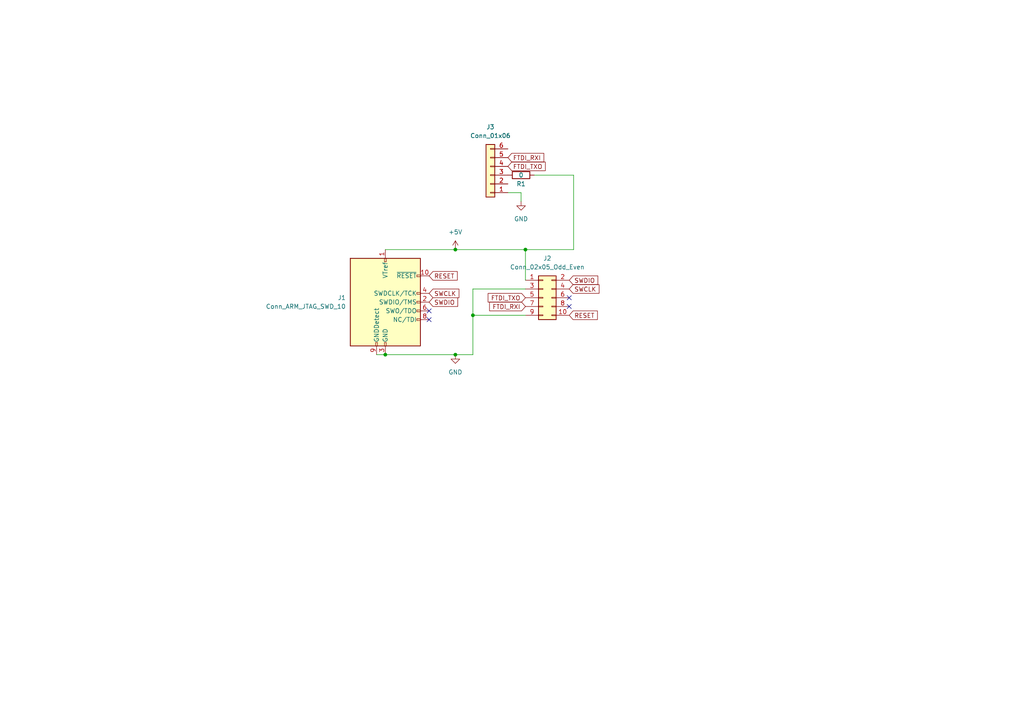
<source format=kicad_sch>
(kicad_sch (version 20211123) (generator eeschema)
  (paper "A4")
  (lib_symbols
    (symbol "Connector:Conn_ARM_JTAG_SWD_10" (pin_names (offset 1.016))
      (property "Reference" "J" (at -2.54 16.51 0))
      (property "Value" "Conn_ARM_JTAG_SWD_10" (at -2.54 13.97 0))
      (symbol "Conn_ARM_JTAG_SWD_10_0_1"
        (rectangle (start -10.16 12.7) (end 10.16 -12.7) (stroke (width 0.254)) (fill (type background)))
        (rectangle (start -2.794 -12.7) (end -2.286 -11.684))
        (rectangle (start -0.254 -12.7) (end 0.254 -11.684))
        (rectangle (start -0.254 12.7) (end 0.254 11.684))
        (rectangle (start 9.144 2.286) (end 10.16 2.794))
        (rectangle (start 10.16 -2.794) (end 9.144 -2.286))
        (rectangle (start 10.16 -0.254) (end 9.144 0.254))
        (rectangle (start 10.16 7.874) (end 9.144 7.366))
      )
      (symbol "Conn_ARM_JTAG_SWD_10_1_1"
        (rectangle (start 9.144 -5.334) (end 10.16 -4.826))
        (pin power_in line (at 0 15.24 270) (length 2.54) (name "VTref") (number "1"))
        (pin open_collector line (at 12.7 7.62 180) (length 2.54) (name "~{RESET}") (number "10"))
        (pin bidirectional line (at 12.7 0 180) (length 2.54) (name "SWDIO/TMS") (number "2"))
        (pin power_in line (at 0 -15.24 90) (length 2.54) (name "GND") (number "3"))
        (pin output line (at 12.7 2.54 180) (length 2.54) (name "SWDCLK/TCK") (number "4"))
        (pin passive line (at 0 -15.24 90) (length 2.54) hide (name "GND") (number "5"))
        (pin input line (at 12.7 -2.54 180) (length 2.54) (name "SWO/TDO") (number "6"))
        (pin no_connect line (at -10.16 0 0) (length 2.54) hide (name "KEY") (number "7"))
        (pin output line (at 12.7 -5.08 180) (length 2.54) (name "NC/TDI") (number "8"))
        (pin passive line (at -2.54 -15.24 90) (length 2.54) (name "GNDDetect") (number "9"))
      )
    )
    (symbol "Connector_Generic:Conn_01x06" (pin_names (offset 1.016) hide)
      (property "Reference" "J" (at 0 7.62 0))
      (property "Value" "Conn_01x06" (at 0 -10.16 0))
      (symbol "Conn_01x06_1_1"
        (rectangle (start -1.27 -7.493) (end 0 -7.747) (stroke (width 0.1524)))
        (rectangle (start -1.27 -4.953) (end 0 -5.207) (stroke (width 0.1524)))
        (rectangle (start -1.27 -2.413) (end 0 -2.667) (stroke (width 0.1524)))
        (rectangle (start -1.27 0.127) (end 0 -0.127) (stroke (width 0.1524)))
        (rectangle (start -1.27 2.667) (end 0 2.413) (stroke (width 0.1524)))
        (rectangle (start -1.27 5.207) (end 0 4.953) (stroke (width 0.1524)))
        (rectangle (start -1.27 6.35) (end 1.27 -8.89) (stroke (width 0.254)) (fill (type background)))
        (pin passive line (at -5.08 5.08 0) (length 3.81) (name "Pin_1") (number "1"))
        (pin passive line (at -5.08 2.54 0) (length 3.81) (name "Pin_2") (number "2"))
        (pin passive line (at -5.08 0 0) (length 3.81) (name "Pin_3") (number "3"))
        (pin passive line (at -5.08 -2.54 0) (length 3.81) (name "Pin_4") (number "4"))
        (pin passive line (at -5.08 -5.08 0) (length 3.81) (name "Pin_5") (number "5"))
        (pin passive line (at -5.08 -7.62 0) (length 3.81) (name "Pin_6") (number "6"))
      )
    )
    (symbol "Connector_Generic:Conn_02x05_Odd_Even" (pin_names (offset 1.016) hide)
      (property "Reference" "J" (at 1.27 7.62 0))
      (property "Value" "Conn_02x05_Odd_Even" (at 1.27 -7.62 0))
      (symbol "Conn_02x05_Odd_Even_1_1"
        (rectangle (start -1.27 -4.953) (end 0 -5.207) (stroke (width 0.1524)))
        (rectangle (start -1.27 -2.413) (end 0 -2.667) (stroke (width 0.1524)))
        (rectangle (start -1.27 0.127) (end 0 -0.127) (stroke (width 0.1524)))
        (rectangle (start -1.27 2.667) (end 0 2.413) (stroke (width 0.1524)))
        (rectangle (start -1.27 5.207) (end 0 4.953) (stroke (width 0.1524)))
        (rectangle (start -1.27 6.35) (end 3.81 -6.35) (stroke (width 0.254)) (fill (type background)))
        (rectangle (start 3.81 -4.953) (end 2.54 -5.207) (stroke (width 0.1524)))
        (rectangle (start 3.81 -2.413) (end 2.54 -2.667) (stroke (width 0.1524)))
        (rectangle (start 3.81 0.127) (end 2.54 -0.127) (stroke (width 0.1524)))
        (rectangle (start 3.81 2.667) (end 2.54 2.413) (stroke (width 0.1524)))
        (rectangle (start 3.81 5.207) (end 2.54 4.953) (stroke (width 0.1524)))
        (pin passive line (at -5.08 5.08 0) (length 3.81) (name "Pin_1") (number "1"))
        (pin passive line (at 7.62 -5.08 180) (length 3.81) (name "Pin_10") (number "10"))
        (pin passive line (at 7.62 5.08 180) (length 3.81) (name "Pin_2") (number "2"))
        (pin passive line (at -5.08 2.54 0) (length 3.81) (name "Pin_3") (number "3"))
        (pin passive line (at 7.62 2.54 180) (length 3.81) (name "Pin_4") (number "4"))
        (pin passive line (at -5.08 0 0) (length 3.81) (name "Pin_5") (number "5"))
        (pin passive line (at 7.62 0 180) (length 3.81) (name "Pin_6") (number "6"))
        (pin passive line (at -5.08 -2.54 0) (length 3.81) (name "Pin_7") (number "7"))
        (pin passive line (at 7.62 -2.54 180) (length 3.81) (name "Pin_8") (number "8"))
        (pin passive line (at -5.08 -5.08 0) (length 3.81) (name "Pin_9") (number "9"))
      )
    )
    (symbol "Device:R" (pin_numbers hide) (pin_names (offset 0))
      (property "Reference" "R" (at 2.032 0 90))
      (property "Value" "R" (at 0 0 90))
      (symbol "R_0_1"
        (rectangle (start -1.016 -2.54) (end 1.016 2.54) (stroke (width 0.254)))
      )
      (symbol "R_1_1"
        (pin passive line (at 0 3.81 270) (length 1.27) (name "~") (number "1"))
        (pin passive line (at 0 -3.81 90) (length 1.27) (name "~") (number "2"))
      )
    )
    (symbol "power:+5V" (power) (pin_names (offset 0))
      (property "Value" "+5V" (at 0 3.556 0))
      (symbol "+5V_0_1"
        (polyline (pts (xy -0.762 1.27) (xy 0 2.54)))
        (polyline (pts (xy 0 0) (xy 0 2.54)))
        (polyline (pts (xy 0 2.54) (xy 0.762 1.27)))
      )
      (symbol "+5V_1_1"
        (pin power_in line (at 0 0 90) (length 0) hide (name "+5V") (number "1"))
      )
    )
    (symbol "power:GND" (power) (pin_names (offset 0))
      (property "Value" "GND" (at 0 -3.81 0))
      (symbol "GND_0_1"
        (polyline (pts (xy 0 0) (xy 0 -1.27) (xy 1.27 -1.27) (xy 0 -2.54) (xy -1.27 -1.27) (xy 0 -1.27)))
      )
      (symbol "GND_1_1"
        (pin power_in line (at 0 0 270) (length 0) hide (name "GND") (number "1"))
      )
    )
  )
  (junction (at 137.16 91.44))
  (junction (at 132.08 72.39))
  (junction (at 111.76 102.87))
  (junction (at 152.4 72.39))
  (junction (at 132.08 102.87))
  (no_connect (at 165.1 88.9))
  (no_connect (at 165.1 86.36))
  (no_connect (at 124.46 90.17))
  (no_connect (at 124.46 92.71))
  (wire (pts (xy 109.22 102.87) (xy 111.76 102.87)))
  (wire (pts (xy 137.16 83.82) (xy 137.16 91.44)))
  (wire (pts (xy 132.08 102.87) (xy 137.16 102.87)))
  (wire (pts (xy 151.13 55.88) (xy 151.13 58.42)))
  (wire (pts (xy 111.76 102.87) (xy 132.08 102.87)))
  (wire (pts (xy 166.37 72.39) (xy 152.4 72.39)))
  (wire (pts (xy 137.16 91.44) (xy 152.4 91.44)))
  (wire (pts (xy 137.16 91.44) (xy 137.16 102.87)))
  (wire (pts (xy 152.4 83.82) (xy 137.16 83.82)))
  (wire (pts (xy 166.37 50.8) (xy 166.37 72.39)))
  (wire (pts (xy 111.76 72.39) (xy 132.08 72.39)))
  (wire (pts (xy 147.32 55.88) (xy 151.13 55.88)))
  (wire (pts (xy 132.08 72.39) (xy 152.4 72.39)))
  (wire (pts (xy 152.4 81.28) (xy 152.4 72.39)))
  (wire (pts (xy 154.94 50.8) (xy 166.37 50.8)))
  (global_label "RESET" (shape input) (at 165.1 91.44 0) (property "Intersheet References" "${INTERSHEET_REFS}" (effects hide)))
  (global_label "SWDIO" (shape input) (at 124.46 87.63 0) (property "Intersheet References" "${INTERSHEET_REFS}" (effects hide)))
  (global_label "FTDI_RXI" (shape input) (at 152.4 88.9 180) (property "Intersheet References" "${INTERSHEET_REFS}" (effects hide)))
  (global_label "FTDI_RXI" (shape input) (at 147.32 45.72 0) (property "Intersheet References" "${INTERSHEET_REFS}" (effects hide)))
  (global_label "RESET" (shape input) (at 124.46 80.01 0) (property "Intersheet References" "${INTERSHEET_REFS}" (effects hide)))
  (global_label "SWCLK" (shape input) (at 124.46 85.09 0) (property "Intersheet References" "${INTERSHEET_REFS}" (effects hide)))
  (global_label "FTDI_TXO" (shape input) (at 147.32 48.26 0) (property "Intersheet References" "${INTERSHEET_REFS}" (effects hide)))
  (global_label "SWCLK" (shape input) (at 165.1 83.82 0) (property "Intersheet References" "${INTERSHEET_REFS}" (effects hide)))
  (global_label "SWDIO" (shape input) (at 165.1 81.28 0) (property "Intersheet References" "${INTERSHEET_REFS}" (effects hide)))
  (global_label "FTDI_TXO" (shape input) (at 152.4 86.36 180) (property "Intersheet References" "${INTERSHEET_REFS}" (effects hide)))
  (symbol (lib_id "power:+5V") (at 132.08 72.39 0) (unit 1)
    (property "Reference" "#PWR0102" (effects hide))
    (property "Value" "+5V" (at 132.08 67.31 0))
  )
  (symbol (lib_id "Device:R") (at 151.13 50.8 90) (unit 1)
    (property "Reference" "R1" (at 151.13 53.34 90))
    (property "Value" "0" (at 151.13 50.8 90))
    (property "Footprint" "Resistor_SMD:R_0603_1608Metric_Pad0.98x0.95mm_HandSolder" (effects hide))
  )
  (symbol (lib_id "Connector_Generic:Conn_01x06") (at 142.24 50.8 180) (unit 1)
    (property "Reference" "J3" (at 142.24 36.83 0))
    (property "Value" "Conn_01x06" (at 142.24 39.37 0))
    (property "Footprint" "Connector_PinHeader_2.54mm:PinHeader_1x06_P2.54mm_Vertical" (effects hide))
  )
  (symbol (lib_id "Connector:Conn_ARM_JTAG_SWD_10") (at 111.76 87.63 0) (unit 1)
    (property "Reference" "J1" (at 100.33 86.3599 0) (effects (justify right)))
    (property "Value" "Conn_ARM_JTAG_SWD_10" (at 100.33 88.8999 0) (effects (justify right)))
    (property "Footprint" "Connector_PinHeader_1.27mm:PinHeader_2x05_P1.27mm_Vertical" (effects hide))
    (property "Datasheet" "http://infocenter.arm.com/help/topic/com.arm.doc.ddi0314h/DDI0314H_coresight_components_trm.pdf" (effects hide))
  )
  (symbol (lib_id "Connector_Generic:Conn_02x05_Odd_Even") (at 157.48 86.36 0) (unit 1)
    (property "Reference" "J2" (at 158.75 74.93 0))
    (property "Value" "Conn_02x05_Odd_Even" (at 158.75 77.47 0))
    (property "Footprint" "Connector_PinHeader_2.54mm:PinHeader_2x05_P2.54mm_Vertical" (effects hide))
  )
  (symbol (lib_id "power:GND") (at 132.08 102.87 0) (unit 1)
    (property "Reference" "#PWR0101" (effects hide))
    (property "Value" "GND" (at 132.08 107.95 0))
  )
  (symbol (lib_id "power:GND") (at 151.13 58.42 0) (unit 1)
    (property "Reference" "#PWR0103" (effects hide))
    (property "Value" "GND" (at 151.13 63.5 0))
  )
)
</source>
